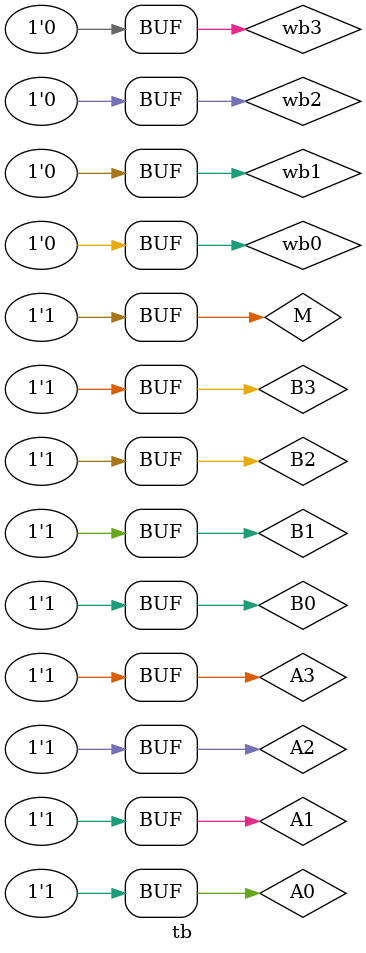
<source format=v>
module FA(x,y,z,sum,carry);
	input x,y,z;
	output sum,carry;
	assign sum=x^y^z;
	assign carry=(x*y)+(z*(x^y));
endmodule

module tb;
	wire wb0,wb1,wb2,wb3;
	wire S3,S2,S1,S0,c0,c1,c2,c3;
	reg A3,A2,A1,A0,B3,B2,B1,B0,M;
	
	assign wb0=M^B0;
	assign wb1=M^B1;
	assign wb2=M^B2;
	assign wb3=M^B3;
	
	FA FA0( .x(A0), .y(wb0), .z(M), .sum(S0), .carry(c0) );
	FA FA1( .x(A1), .y(wb1), .z(c0), .sum(S1), .carry(c1) );
	FA FA2( .x(A2), .y(wb2), .z(c1), .sum(S2), .carry(c2) );
	FA FA3( .x(A3), .y(wb3), .z(c2), .sum(S3), .carry(c3) );
	
	initial begin
	$monitor("A = %b%b%b%b,B = %b%b%b%b,M = %b,Output = %b%b%b%b",A3,A2,A1,A0,B3,B2,B1,B0,M,S3,S2,S1,S0);
	$dumpfile("test.vcd");
	$dumpvars;
	
	M=1'b0;
	A3=1'b0; A2=1'b0; A1=1'b0; A0=1'b0;	
	B3=1'b0; B2=1'b0; B1=1'b0; B0=1'b0;
	#10;
	
	M=1'b1;
	A3=1'b1; A2=1'b1; A1=1'b1; A0=1'b1;	
	B3=1'b1; B2=1'b1; B1=1'b1; B0=1'b1;
	#10;
	
	end
endmodule

</source>
